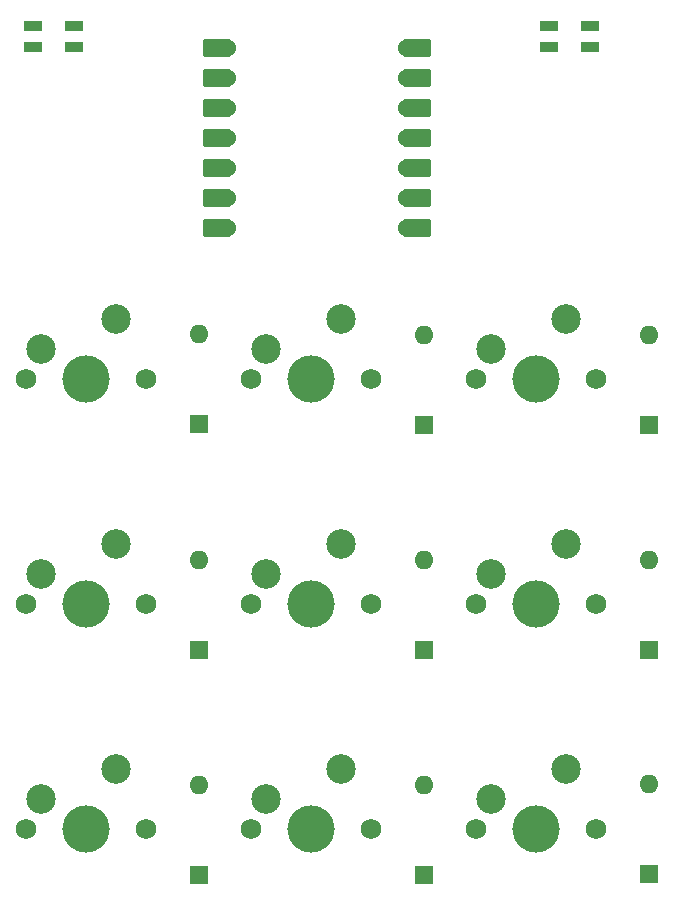
<source format=gbr>
%TF.GenerationSoftware,KiCad,Pcbnew,8.0.8*%
%TF.CreationDate,2025-02-11T16:16:57-05:00*%
%TF.ProjectId,FrutigerAeroNumPad,46727574-6967-4657-9241-65726f4e756d,rev?*%
%TF.SameCoordinates,Original*%
%TF.FileFunction,Soldermask,Bot*%
%TF.FilePolarity,Negative*%
%FSLAX46Y46*%
G04 Gerber Fmt 4.6, Leading zero omitted, Abs format (unit mm)*
G04 Created by KiCad (PCBNEW 8.0.8) date 2025-02-11 16:16:57*
%MOMM*%
%LPD*%
G01*
G04 APERTURE LIST*
G04 Aperture macros list*
%AMRoundRect*
0 Rectangle with rounded corners*
0 $1 Rounding radius*
0 $2 $3 $4 $5 $6 $7 $8 $9 X,Y pos of 4 corners*
0 Add a 4 corners polygon primitive as box body*
4,1,4,$2,$3,$4,$5,$6,$7,$8,$9,$2,$3,0*
0 Add four circle primitives for the rounded corners*
1,1,$1+$1,$2,$3*
1,1,$1+$1,$4,$5*
1,1,$1+$1,$6,$7*
1,1,$1+$1,$8,$9*
0 Add four rect primitives between the rounded corners*
20,1,$1+$1,$2,$3,$4,$5,0*
20,1,$1+$1,$4,$5,$6,$7,0*
20,1,$1+$1,$6,$7,$8,$9,0*
20,1,$1+$1,$8,$9,$2,$3,0*%
G04 Aperture macros list end*
%ADD10C,1.750000*%
%ADD11C,4.000000*%
%ADD12C,2.500000*%
%ADD13R,1.600000X1.600000*%
%ADD14O,1.600000X1.600000*%
%ADD15R,1.600000X0.850000*%
%ADD16RoundRect,0.152400X-1.063600X-0.609600X1.063600X-0.609600X1.063600X0.609600X-1.063600X0.609600X0*%
%ADD17C,1.524000*%
%ADD18RoundRect,0.152400X1.063600X0.609600X-1.063600X0.609600X-1.063600X-0.609600X1.063600X-0.609600X0*%
G04 APERTURE END LIST*
D10*
%TO.C,S8*%
X143510000Y-116998750D03*
D11*
X148590000Y-116998750D03*
D10*
X153670000Y-116998750D03*
D12*
X144780000Y-114458750D03*
X151130000Y-111918750D03*
%TD*%
D10*
%TO.C,S6*%
X162560000Y-97948750D03*
D11*
X167640000Y-97948750D03*
D10*
X172720000Y-97948750D03*
D12*
X163830000Y-95408750D03*
X170180000Y-92868750D03*
%TD*%
D10*
%TO.C,S3*%
X162560000Y-78898750D03*
D11*
X167640000Y-78898750D03*
D10*
X172720000Y-78898750D03*
D12*
X163830000Y-76358750D03*
X170180000Y-73818750D03*
%TD*%
D10*
%TO.C,S4*%
X124460000Y-97968750D03*
D11*
X129540000Y-97968750D03*
D10*
X134620000Y-97968750D03*
D12*
X125730000Y-95428750D03*
X132080000Y-92888750D03*
%TD*%
D10*
%TO.C,S1*%
X124460000Y-78898750D03*
D11*
X129540000Y-78898750D03*
D10*
X134620000Y-78898750D03*
D12*
X125730000Y-76358750D03*
X132080000Y-73818750D03*
%TD*%
D10*
%TO.C,S9*%
X162560000Y-116998750D03*
D11*
X167640000Y-116998750D03*
D10*
X172720000Y-116998750D03*
D12*
X163830000Y-114458750D03*
X170180000Y-111918750D03*
%TD*%
D10*
%TO.C,S7*%
X124460000Y-116998750D03*
D11*
X129540000Y-116998750D03*
D10*
X134620000Y-116998750D03*
D12*
X125730000Y-114458750D03*
X132080000Y-111918750D03*
%TD*%
D10*
%TO.C,S2*%
X143510000Y-78898750D03*
D11*
X148590000Y-78898750D03*
D10*
X153670000Y-78898750D03*
D12*
X144780000Y-76358750D03*
X151130000Y-73818750D03*
%TD*%
D10*
%TO.C,S5*%
X143510000Y-97948750D03*
D11*
X148590000Y-97948750D03*
D10*
X153670000Y-97948750D03*
D12*
X144780000Y-95408750D03*
X151130000Y-92868750D03*
%TD*%
D13*
%TO.C,D6*%
X177165000Y-101856250D03*
D14*
X177165000Y-94236250D03*
%TD*%
D15*
%TO.C,D11*%
X172190000Y-49067500D03*
X172190000Y-50817500D03*
X168690000Y-50817500D03*
X168690000Y-49067500D03*
%TD*%
D13*
%TO.C,D8*%
X158115000Y-120906250D03*
D14*
X158115000Y-113286250D03*
%TD*%
D13*
%TO.C,D3*%
X177165000Y-82806250D03*
D14*
X177165000Y-75186250D03*
%TD*%
D13*
%TO.C,D2*%
X158115000Y-82806250D03*
D14*
X158115000Y-75186250D03*
%TD*%
D16*
%TO.C,U1*%
X157521250Y-50872500D03*
D17*
X156686250Y-50872500D03*
D16*
X157521250Y-53412500D03*
D17*
X156686250Y-53412500D03*
D16*
X157521250Y-55952500D03*
D17*
X156686250Y-55952500D03*
D16*
X157521250Y-58492500D03*
D17*
X156686250Y-58492500D03*
D16*
X157521250Y-61032500D03*
D17*
X156686250Y-61032500D03*
D16*
X157521250Y-63572500D03*
D17*
X156686250Y-63572500D03*
D16*
X157521250Y-66112500D03*
D17*
X156686250Y-66112500D03*
X141446250Y-66112500D03*
D18*
X140611250Y-66112500D03*
D17*
X141446250Y-63572500D03*
D18*
X140611250Y-63572500D03*
D17*
X141446250Y-61032500D03*
D18*
X140611250Y-61032500D03*
D17*
X141446250Y-58492500D03*
D18*
X140611250Y-58492500D03*
D17*
X141446250Y-55952500D03*
D18*
X140611250Y-55952500D03*
D17*
X141446250Y-53412500D03*
D18*
X140611250Y-53412500D03*
D17*
X141446250Y-50872500D03*
D18*
X140611250Y-50872500D03*
%TD*%
D13*
%TO.C,D7*%
X139065000Y-120906250D03*
D14*
X139065000Y-113286250D03*
%TD*%
D13*
%TO.C,D5*%
X158115000Y-101856250D03*
D14*
X158115000Y-94236250D03*
%TD*%
D13*
%TO.C,D9*%
X177165000Y-120808750D03*
D14*
X177165000Y-113188750D03*
%TD*%
D15*
%TO.C,D10*%
X128490000Y-49067500D03*
X128490000Y-50817500D03*
X124990000Y-50817500D03*
X124990000Y-49067500D03*
%TD*%
D13*
%TO.C,D4*%
X139065000Y-101856250D03*
D14*
X139065000Y-94236250D03*
%TD*%
D13*
%TO.C,D1*%
X139065000Y-82708750D03*
D14*
X139065000Y-75088750D03*
%TD*%
M02*

</source>
